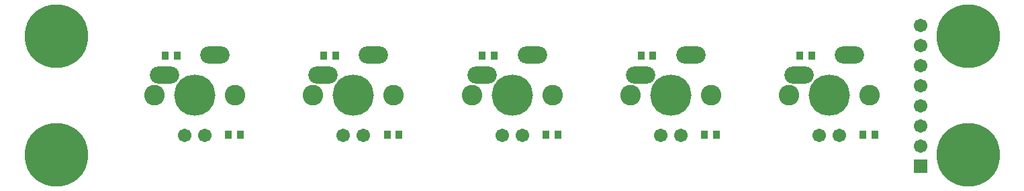
<source format=gbs>
G04 Layer_Color=16711935*
%FSLAX25Y25*%
%MOIN*%
G70*
G01*
G75*
%ADD21O,0.14579X0.08674*%
%ADD22C,0.06706*%
%ADD23C,0.20485*%
%ADD24C,0.10249*%
%ADD25C,0.31496*%
%ADD26R,0.06706X0.06706*%
%ADD27R,0.03556X0.04343*%
D21*
X142480Y10000D02*
D03*
X167480Y20000D02*
D03*
X63740Y10000D02*
D03*
X88740Y20000D02*
D03*
X-15000Y10000D02*
D03*
X10000Y20000D02*
D03*
X-93740Y10000D02*
D03*
X-68740Y20000D02*
D03*
X-172480Y10000D02*
D03*
X-147480Y20000D02*
D03*
D22*
X152480Y-20000D02*
D03*
X162480D02*
D03*
X73740D02*
D03*
X83740D02*
D03*
X-5000D02*
D03*
X5000D02*
D03*
X-83740D02*
D03*
X-73740D02*
D03*
X-162480D02*
D03*
X-152480D02*
D03*
X202756Y-25079D02*
D03*
Y-15079D02*
D03*
Y-5079D02*
D03*
Y4921D02*
D03*
Y14921D02*
D03*
Y24921D02*
D03*
Y34921D02*
D03*
D23*
X157480Y0D02*
D03*
X78740D02*
D03*
X0D02*
D03*
X-78740D02*
D03*
X-157480D02*
D03*
D24*
X137480D02*
D03*
X177480D02*
D03*
X58740D02*
D03*
X98740D02*
D03*
X-20000D02*
D03*
X20000D02*
D03*
X-98740D02*
D03*
X-58740D02*
D03*
X-177480D02*
D03*
X-137480D02*
D03*
D25*
X-226378Y29528D02*
D03*
Y-29528D02*
D03*
X226378D02*
D03*
Y29528D02*
D03*
D26*
X202756Y-35079D02*
D03*
D27*
X63976Y19685D02*
D03*
X69882D02*
D03*
X-14764D02*
D03*
X-8858D02*
D03*
X142717D02*
D03*
X148622D02*
D03*
X-93504D02*
D03*
X-87598D02*
D03*
X-172244D02*
D03*
X-166339D02*
D03*
X180118Y-19685D02*
D03*
X174213D02*
D03*
X101378D02*
D03*
X95472D02*
D03*
X22638D02*
D03*
X16732D02*
D03*
X-56102D02*
D03*
X-62008D02*
D03*
X-134843D02*
D03*
X-140748D02*
D03*
M02*

</source>
